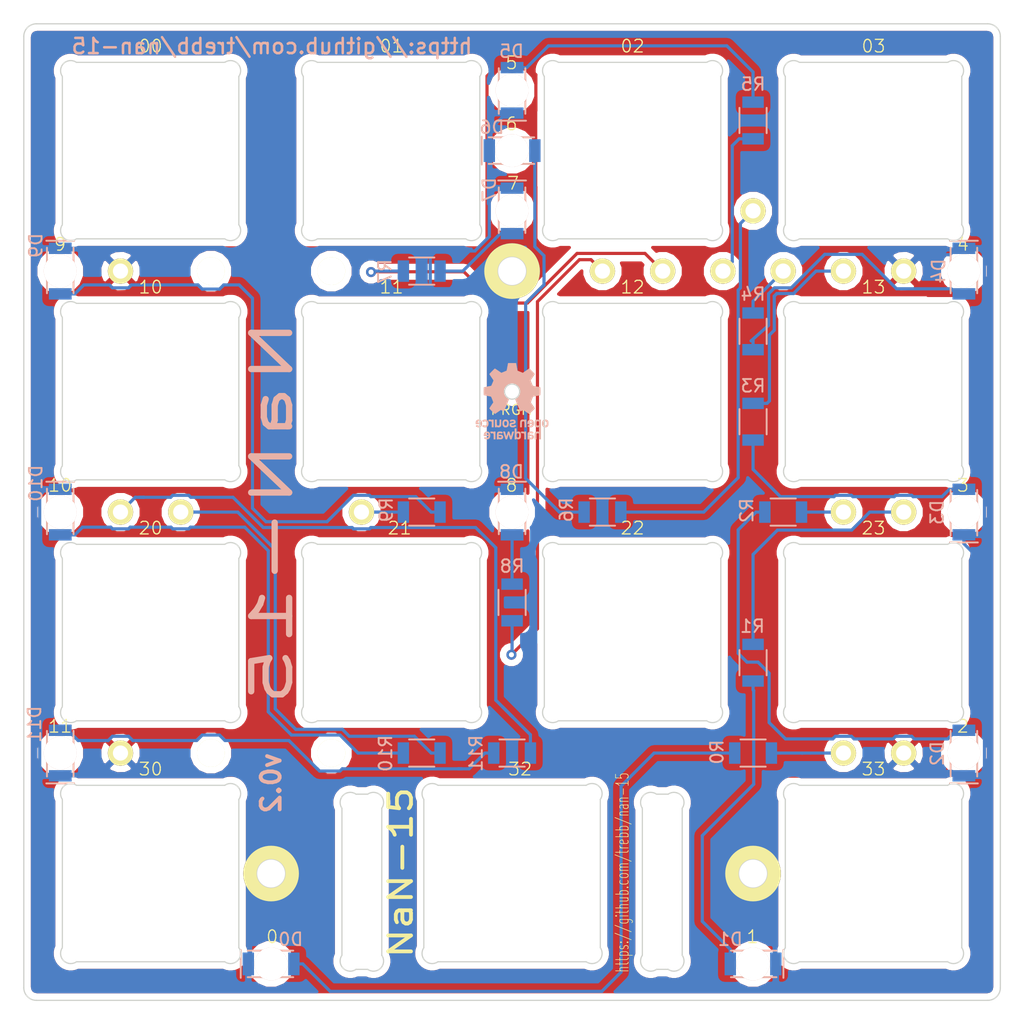
<source format=kicad_pcb>
(kicad_pcb (version 4) (host pcbnew r6904-product)
  (title_block (title NaN-15) (rev 0.2) (comment 1 "Top plate"))
  (layers (0 F.Cu signal) (31 B.Cu signal) (34 B.Paste user) (35 F.Paste user) (36 B.SilkS user) (37 F.SilkS user) (38 B.Mask user) (39 F.Mask user) (44 Edge.Cuts user))
  (net 0 "")
  (net 1 "Net-(D0-Pad2)")
  (net 2 GND)
  (net 3 "Net-(D1-Pad2)")
  (net 4 "Net-(D2-Pad2)")
  (net 5 "Net-(D3-Pad2)")
  (net 6 "Net-(D4-Pad2)")
  (net 7 "Net-(D5-Pad2)")
  (net 8 "Net-(D6-Pad2)")
  (net 9 "Net-(D7-Pad2)")
  (net 10 "Net-(D8-Pad2)")
  (net 11 "Net-(D9-Pad2)")
  (net 12 "Net-(D10-Pad2)")
  (net 13 "Net-(D11-Pad2)")
  (net 14 /led0)
  (net 15 /led1)
  (net 16 /led2)
  (net 17 /led3)
  (net 18 /led4)
  (net 19 /led5)
  (net 20 /led6)
  (net 21 /led7)
  (net 22 /led8)
  (net 23 /led9)
  (net 24 /led10)
  (net 25 /led11)
  (module nan-15:LED_1206_REVERSE (layer B.Cu) (at 125.62205 125.90145)
    (fp_text reference D0 (at 1.55 -1.94375) (layer B.SilkS) (effects (justify mirror)))
    (fp_text value Led_Red)
    (pad 2 smd rect (at 1.8 0 180) (size 0.9 1.80086) (layers B.Cu B.Paste B.Mask) (net 1 "Net-(D0-Pad2)"))
    (pad 1 smd rect (at -1.8 0 180) (size 0.9 1.80086) (layers B.Cu B.Paste B.Mask) (net 2 GND))
    (pad "" np_thru_hole circle (at 0 0 180) (size 2.6 2.6) (drill 2.6) (layers *.Cu *.Mask B.SilkS))
  )
  (module nan-15:LED_1206_REVERSE (layer B.Cu) (at 108.9533 109.2327 90)
    (fp_text reference D11 (at 2.275 -2.03125 90) (layer B.SilkS) (effects (justify mirror)))
    (fp_text value Led_Yellow)
    (pad 2 smd rect (at 1.8 0 270) (size 0.9 1.80086) (layers B.Cu B.Paste B.Mask) (net 13 "Net-(D11-Pad2)"))
    (pad 1 smd rect (at -1.8 0 270) (size 0.9 1.80086) (layers B.Cu B.Paste B.Mask) (net 2 GND))
    (pad "" np_thru_hole circle (at 0 0 270) (size 2.6 2.6) (drill 2.6) (layers *.Cu *.Mask B.SilkS))
  )
  (module nan-15:LED_1206_REVERSE (layer B.Cu) (at 108.9533 90.1827 270)
    (fp_text reference D10 (at -2.275 1.93125 90) (layer B.SilkS) (effects (justify mirror)))
    (fp_text value Led_Red)
    (pad 2 smd rect (at 1.8 0 90) (size 0.9 1.80086) (layers B.Cu B.Paste B.Mask) (net 12 "Net-(D10-Pad2)"))
    (pad 1 smd rect (at -1.8 0 90) (size 0.9 1.80086) (layers B.Cu B.Paste B.Mask) (net 2 GND))
    (pad "" np_thru_hole circle (at 0 0 90) (size 2.6 2.6) (drill 2.6) (layers *.Cu *.Mask B.SilkS))
  )
  (module nan-15:LED_1206_REVERSE (layer B.Cu) (at 108.9533 71.1327 270)
    (fp_text reference D9 (at -2.025 1.93125 270) (layer B.SilkS) (effects (justify mirror)))
    (fp_text value Led_Yellow)
    (pad 2 smd rect (at 1.8 0 90) (size 0.9 1.80086) (layers B.Cu B.Paste B.Mask) (net 11 "Net-(D9-Pad2)"))
    (pad 1 smd rect (at -1.8 0 90) (size 0.9 1.80086) (layers B.Cu B.Paste B.Mask) (net 2 GND))
    (pad "" np_thru_hole circle (at 0 0 90) (size 2.6 2.6) (drill 2.6) (layers *.Cu *.Mask B.SilkS))
  )
  (module nan-15:LED_1206_REVERSE (layer B.Cu) (at 144.67205 90.1827 270)
    (fp_text reference D8 (at -3.175 0.05) (layer B.SilkS) (effects (justify mirror)))
    (fp_text value Led_Red)
    (pad 2 smd rect (at 1.8 0 90) (size 0.9 1.80086) (layers B.Cu B.Paste B.Mask) (net 10 "Net-(D8-Pad2)"))
    (pad 1 smd rect (at -1.8 0 90) (size 0.9 1.80086) (layers B.Cu B.Paste B.Mask) (net 2 GND))
    (pad "" np_thru_hole circle (at 0 0 90) (size 2.6 2.6) (drill 2.6) (layers *.Cu *.Mask B.SilkS))
  )
  (module nan-15:LED_1206_REVERSE (layer B.Cu) (at 144.67205 66.3702 270)
    (fp_text reference D7 (at -1.6625 1.8 270) (layer B.SilkS) (effects (justify mirror)))
    (fp_text value Led_Yellow)
    (pad 2 smd rect (at 1.8 0 90) (size 0.9 1.80086) (layers B.Cu B.Paste B.Mask) (net 9 "Net-(D7-Pad2)"))
    (pad 1 smd rect (at -1.8 0 90) (size 0.9 1.80086) (layers B.Cu B.Paste B.Mask) (net 2 GND))
    (pad "" np_thru_hole circle (at 0 0 90) (size 2.6 2.6) (drill 2.6) (layers *.Cu *.Mask B.SilkS))
  )
  (module nan-15:LED_1206_REVERSE (layer B.Cu) (at 144.67205 61.6077)
    (fp_text reference D6 (at -1.6 -1.85) (layer B.SilkS) (effects (justify mirror)))
    (fp_text value Led_Red)
    (pad 2 smd rect (at 1.8 0 180) (size 0.9 1.80086) (layers B.Cu B.Paste B.Mask) (net 8 "Net-(D6-Pad2)"))
    (pad 1 smd rect (at -1.8 0 180) (size 0.9 1.80086) (layers B.Cu B.Paste B.Mask) (net 2 GND))
    (pad "" np_thru_hole circle (at 0 0 180) (size 2.6 2.6) (drill 2.6) (layers *.Cu *.Mask B.SilkS))
  )
  (module nan-15:LED_1206_REVERSE (layer B.Cu) (at 144.67205 56.8452 90)
    (fp_text reference D5 (at 3.0875 -0.05 180) (layer B.SilkS) (effects (justify mirror)))
    (fp_text value Led_Yellow)
    (pad 2 smd rect (at 1.8 0 270) (size 0.9 1.80086) (layers B.Cu B.Paste B.Mask) (net 7 "Net-(D5-Pad2)"))
    (pad 1 smd rect (at -1.8 0 270) (size 0.9 1.80086) (layers B.Cu B.Paste B.Mask) (net 2 GND))
    (pad "" np_thru_hole circle (at 0 0 270) (size 2.6 2.6) (drill 2.6) (layers *.Cu *.Mask B.SilkS))
  )
  (module nan-15:LED_1206_REVERSE (layer B.Cu) (at 180.3908 71.1327 270)
    (fp_text reference D4 (at 0 2 270) (layer B.SilkS) (effects (justify mirror)))
    (fp_text value Led_Yellow)
    (pad 2 smd rect (at 1.8 0 90) (size 0.9 1.80086) (layers B.Cu B.Paste B.Mask) (net 6 "Net-(D4-Pad2)"))
    (pad 1 smd rect (at -1.8 0 90) (size 0.9 1.80086) (layers B.Cu B.Paste B.Mask) (net 2 GND))
    (pad "" np_thru_hole circle (at 0 0 90) (size 2.6 2.6) (drill 2.6) (layers *.Cu *.Mask B.SilkS))
  )
  (module nan-15:LED_1206_REVERSE (layer B.Cu) (at 180.3908 90.1827 90)
    (fp_text reference D3 (at -0.025 -2.11875 90) (layer B.SilkS) (effects (justify mirror)))
    (fp_text value Led_Red)
    (pad 2 smd rect (at 1.8 0 270) (size 0.9 1.80086) (layers B.Cu B.Paste B.Mask) (net 5 "Net-(D3-Pad2)"))
    (pad 1 smd rect (at -1.8 0 270) (size 0.9 1.80086) (layers B.Cu B.Paste B.Mask) (net 2 GND))
    (pad "" np_thru_hole circle (at 0 0 270) (size 2.6 2.6) (drill 2.6) (layers *.Cu *.Mask B.SilkS))
  )
  (module nan-15:LED_1206_REVERSE (layer B.Cu) (at 180.3908 109.2327 90)
    (fp_text reference D2 (at -0.04445 -2.1082 90) (layer B.SilkS) (effects (justify mirror)))
    (fp_text value Led_Yellow)
    (pad 2 smd rect (at 1.8 0 270) (size 0.9 1.80086) (layers B.Cu B.Paste B.Mask) (net 4 "Net-(D2-Pad2)"))
    (pad 1 smd rect (at -1.8 0 270) (size 0.9 1.80086) (layers B.Cu B.Paste B.Mask) (net 2 GND))
    (pad "" np_thru_hole circle (at 0 0 270) (size 2.6 2.6) (drill 2.6) (layers *.Cu *.Mask B.SilkS))
  )
  (module nan-15:LED_1206_REVERSE (layer B.Cu) (at 163.72205 125.90145 180)
    (fp_text reference D1 (at 1.8 1.94375 180) (layer B.SilkS) (effects (justify mirror)))
    (fp_text value Led_Red)
    (pad 2 smd rect (at 1.8 0) (size 0.9 1.80086) (layers B.Cu B.Paste B.Mask) (net 3 "Net-(D1-Pad2)"))
    (pad 1 smd rect (at -1.8 0) (size 0.9 1.80086) (layers B.Cu B.Paste B.Mask) (net 2 GND))
    (pad "" np_thru_hole circle (at 0 0) (size 2.6 2.6) (drill 2.6) (layers *.Cu *.Mask B.SilkS))
  )
  (module nan-15:SolderWirePad_2mm_1-2mmDrill_no_legend (layer F.Cu) (at 175.6283 71.1327)
    (fp_text reference W15 hide)
    (fp_text value TEST_1P hide)
    (pad 1 thru_hole circle (at 0 0) (size 2 2) (drill 1.19888) (layers *.Cu *.Mask F.SilkS) (net 2 GND))
  )
  (module nan-15:SolderWirePad_2mm_1-2mmDrill_no_legend (layer F.Cu) (at 113.7158 71.1327)
    (fp_text reference W14 hide)
    (fp_text value TEST_1P hide)
    (pad 1 thru_hole circle (at 0 0) (size 2 2) (drill 1.19888) (layers *.Cu *.Mask F.SilkS) (net 2 GND))
  )
  (module nan-15:SolderWirePad_2mm_1-2mmDrill_no_legend (layer F.Cu) (at 113.7158 109.2327)
    (fp_text reference W13 hide)
    (fp_text value TEST_1P hide)
    (pad 1 thru_hole circle (at 0 0) (size 2 2) (drill 1.19888) (layers *.Cu *.Mask F.SilkS) (net 2 GND))
  )
  (module nan-15:SolderWirePad_2mm_1-2mmDrill_no_legend (layer F.Cu) (at 175.6283 109.2327)
    (fp_text reference W12 hide)
    (fp_text value TEST_1P hide)
    (pad 1 thru_hole circle (at 0 0) (size 2 2) (drill 1.19888) (layers *.Cu *.Mask F.SilkS) (net 2 GND))
  )
  (module nan-15:SolderWirePad_2mm_1-2mmDrill_no_legend (layer F.Cu) (at 113.7158 90.1827)
    (fp_text reference W11 hide)
    (fp_text value TEST_1P hide)
    (pad 1 thru_hole circle (at 0 0) (size 2 2) (drill 1.19888) (layers *.Cu *.Mask F.SilkS) (net 25 /led11))
  )
  (module nan-15:SolderWirePad_2mm_1-2mmDrill_no_legend (layer F.Cu) (at 118.4783 90.1827)
    (fp_text reference W10 hide)
    (fp_text value TEST_1P hide)
    (pad 1 thru_hole circle (at 0 0) (size 2 2) (drill 1.19888) (layers *.Cu *.Mask F.SilkS) (net 24 /led10))
  )
  (module nan-15:SolderWirePad_2mm_1-2mmDrill_no_legend (layer F.Cu) (at 132.7658 90.1827)
    (fp_text reference W9 hide)
    (fp_text value TEST_1P hide)
    (pad 1 thru_hole circle (at 0 0) (size 2 2) (drill 1.19888) (layers *.Cu *.Mask F.SilkS) (net 23 /led9))
  )
  (module nan-15:SolderWirePad_2mm_1-2mmDrill_no_legend (layer F.Cu) (at 151.8158 71.1327)
    (fp_text reference W8 hide)
    (fp_text value TEST_1P hide)
    (pad 1 thru_hole circle (at 0 0) (size 2 2) (drill 1.19888) (layers *.Cu *.Mask F.SilkS) (net 22 /led8))
  )
  (module nan-15:SolderWirePad_2mm_1-2mmDrill_no_legend (layer F.Cu) (at 156.5783 71.1327)
    (fp_text reference W7 hide)
    (fp_text value TEST_1P hide)
    (pad 1 thru_hole circle (at 0 0) (size 2 2) (drill 1.19888) (layers *.Cu *.Mask F.SilkS) (net 21 /led7))
  )
  (module nan-15:SolderWirePad_2mm_1-2mmDrill_no_legend (layer F.Cu) (at 163.72205 66.3702)
    (fp_text reference W6 hide)
    (fp_text value TEST_1P hide)
    (pad 1 thru_hole circle (at 0 0) (size 2 2) (drill 1.19888) (layers *.Cu *.Mask F.SilkS) (net 20 /led6))
  )
  (module nan-15:SolderWirePad_2mm_1-2mmDrill_no_legend (layer F.Cu) (at 161.3408 71.1327)
    (fp_text reference W5 hide)
    (fp_text value TEST_1P hide)
    (pad 1 thru_hole circle (at 0 0) (size 2 2) (drill 1.19888) (layers *.Cu *.Mask F.SilkS) (net 19 /led5))
  )
  (module nan-15:SolderWirePad_2mm_1-2mmDrill_no_legend (layer F.Cu) (at 166.1033 71.1327)
    (fp_text reference W4 hide)
    (fp_text value TEST_1P hide)
    (pad 1 thru_hole circle (at 0 0) (size 2 2) (drill 1.19888) (layers *.Cu *.Mask F.SilkS) (net 18 /led4))
  )
  (module nan-15:SolderWirePad_2mm_1-2mmDrill_no_legend (layer F.Cu) (at 170.8658 71.1327)
    (fp_text reference W3 hide)
    (fp_text value TEST_1P hide)
    (pad 1 thru_hole circle (at 0 0) (size 2 2) (drill 1.19888) (layers *.Cu *.Mask F.SilkS) (net 17 /led3))
  )
  (module nan-15:SolderWirePad_2mm_1-2mmDrill_no_legend (layer F.Cu) (at 170.8658 90.1827)
    (fp_text reference W2 hide)
    (fp_text value TEST_1P hide)
    (pad 1 thru_hole circle (at 0 0) (size 2 2) (drill 1.19888) (layers *.Cu *.Mask F.SilkS) (net 16 /led2))
  )
  (module nan-15:SolderWirePad_2mm_1-2mmDrill_no_legend (layer F.Cu) (at 175.6283 90.1827)
    (fp_text reference W1 hide)
    (fp_text value TEST_1P hide)
    (pad 1 thru_hole circle (at 0 0) (size 2 2) (drill 1.19888) (layers *.Cu *.Mask F.SilkS) (net 15 /led1))
  )
  (module nan-15:SolderWirePad_2mm_1-2mmDrill_no_legend (layer F.Cu) (at 170.8658 109.2327)
    (fp_text reference W0 hide)
    (fp_text value TEST_1P hide)
    (pad 1 thru_hole circle (at 0 0) (size 2 2) (drill 1.19888) (layers *.Cu *.Mask F.SilkS) (net 14 /led0))
  )
  (module Mounting_Holes:MountingHole_2.2mm_M2 (layer F.Cu) (at 130.38455 109.2327)
    (fp_text reference HS7 hide)
    (fp_text value HEATSINK hide)
    (pad 1 np_thru_hole circle (at 0 0) (size 2.2 2.2) (drill 2.2) (layers *.Cu *.Mask F.SilkS))
  )
  (module Mounting_Holes:MountingHole_2.2mm_M2 (layer F.Cu) (at 120.85955 109.2327)
    (fp_text reference HS6 hide)
    (fp_text value HEATSINK hide)
    (pad 1 np_thru_hole circle (at 0 0) (size 2.2 2.2) (drill 2.2) (layers *.Cu *.Mask F.SilkS))
  )
  (module Mounting_Holes:MountingHole_2.2mm_M2 (layer F.Cu) (at 130.38455 71.1327)
    (fp_text reference HS5 hide)
    (fp_text value HEATSINK hide)
    (pad 1 np_thru_hole circle (at 0 0) (size 2.2 2.2) (drill 2.2) (layers *.Cu *.Mask F.SilkS))
  )
  (module Mounting_Holes:MountingHole_2.2mm_M2 (layer F.Cu) (at 120.85955 71.1327)
    (fp_text reference HS4 hide)
    (fp_text value HEATSINK hide)
    (pad 1 np_thru_hole circle (at 0 0) (size 2.2 2.2) (drill 2.2) (layers *.Cu *.Mask F.SilkS))
  )
  (module Mounting_Holes:MountingHole_2.2mm_M2_Pad (layer F.Cu) (at 125.62205 118.7577)
    (fp_text reference W20 hide)
    (fp_text value TEST_1P)
    (pad 1 thru_hole circle (at 0 0) (size 4.4 4.4) (drill 2.2) (layers *.Cu *.Mask F.SilkS) (net 2 GND))
  )
  (module Mounting_Holes:MountingHole_2.2mm_M2_Pad (layer F.Cu) (at 163.72205 118.7577)
    (fp_text reference W21 hide)
    (fp_text value TEST_1P)
    (pad 1 thru_hole circle (at 0 0) (size 4.4 4.4) (drill 2.2) (layers *.Cu *.Mask F.SilkS) (net 2 GND))
  )
  (module Mounting_Holes:MountingHole_2.2mm_M2_Pad (layer F.Cu) (at 144.67205 71.1327)
    (fp_text reference W22 hide)
    (fp_text value TEST_1P)
    (pad 1 thru_hole circle (at 0 0) (size 4.4 4.4) (drill 2.2) (layers *.Cu *.Mask F.SilkS) (net 2 GND))
  )
  (module Symbols:OSHW-Logo_5.7x6mm_SilkScreen (layer B.Cu) (at 144.6784 81.41335 180)
    (fp_text reference REF*** hide)
    (fp_text value OSHW-Logo_5.7x6mm_SilkScreen hide)
  )
  (module Resistors_SMD:R_1206 (layer B.Cu) (at 137.5283 109.2327 180)
    (fp_text reference R10 (at 2.85625 -0.025 270) (layer B.SilkS) (effects (justify mirror)))
    (fp_text value 430)
    (pad 1 smd rect (at -1.45 0 180) (size 0.9 1.7) (layers B.Cu B.Paste B.Mask) (net 24 /led10))
    (pad 2 smd rect (at 1.45 0 180) (size 0.9 1.7) (layers B.Cu B.Paste B.Mask) (net 12 "Net-(D10-Pad2)"))
  )
  (module Resistors_SMD:R_1206 (layer B.Cu) (at 137.5283 90.1827)
    (fp_text reference R9 (at -2.80625 -0.175 90) (layer B.SilkS) (effects (justify mirror)))
    (fp_text value 560)
    (pad 1 smd rect (at -1.45 0) (size 0.9 1.7) (layers B.Cu B.Paste B.Mask) (net 23 /led9))
    (pad 2 smd rect (at 1.45 0) (size 0.9 1.7) (layers B.Cu B.Paste B.Mask) (net 11 "Net-(D9-Pad2)"))
  )
  (module Resistors_SMD:R_1206 (layer B.Cu) (at 144.67205 97.32645 90)
    (fp_text reference R8 (at 2.86875 0 180) (layer B.SilkS) (effects (justify mirror)))
    (fp_text value 430)
    (pad 1 smd rect (at -1.45 0 90) (size 0.9 1.7) (layers B.Cu B.Paste B.Mask) (net 22 /led8))
    (pad 2 smd rect (at 1.45 0 90) (size 0.9 1.7) (layers B.Cu B.Paste B.Mask) (net 10 "Net-(D8-Pad2)"))
  )
  (module Resistors_SMD:R_1206 (layer B.Cu) (at 137.5283 71.1327)
    (fp_text reference R7 (at -2.90625 0.025 90) (layer B.SilkS) (effects (justify mirror)))
    (fp_text value 560)
    (pad 1 smd rect (at -1.45 0) (size 0.9 1.7) (layers B.Cu B.Paste B.Mask) (net 21 /led7))
    (pad 2 smd rect (at 1.45 0) (size 0.9 1.7) (layers B.Cu B.Paste B.Mask) (net 9 "Net-(D7-Pad2)"))
  )
  (module Resistors_SMD:R_1206 (layer B.Cu) (at 151.8158 90.1827 180)
    (fp_text reference R6 (at 2.84375 0.175 270) (layer B.SilkS) (effects (justify mirror)))
    (fp_text value 430)
    (pad 1 smd rect (at -1.45 0 180) (size 0.9 1.7) (layers B.Cu B.Paste B.Mask) (net 20 /led6))
    (pad 2 smd rect (at 1.45 0 180) (size 0.9 1.7) (layers B.Cu B.Paste B.Mask) (net 8 "Net-(D6-Pad2)"))
  )
  (module Resistors_SMD:R_1206 (layer B.Cu) (at 163.72205 59.22645 90)
    (fp_text reference R5 (at 2.86875 0 180) (layer B.SilkS) (effects (justify mirror)))
    (fp_text value 560)
    (pad 1 smd rect (at -1.45 0 90) (size 0.9 1.7) (layers B.Cu B.Paste B.Mask) (net 19 /led5))
    (pad 2 smd rect (at 1.45 0 90) (size 0.9 1.7) (layers B.Cu B.Paste B.Mask) (net 7 "Net-(D5-Pad2)"))
  )
  (module Resistors_SMD:R_1206 (layer B.Cu) (at 163.72205 75.8952 270)
    (fp_text reference R4 (at -2.9375 0) (layer B.SilkS) (effects (justify mirror)))
    (fp_text value 560)
    (pad 1 smd rect (at -1.45 0 270) (size 0.9 1.7) (layers B.Cu B.Paste B.Mask) (net 18 /led4))
    (pad 2 smd rect (at 1.45 0 270) (size 0.9 1.7) (layers B.Cu B.Paste B.Mask) (net 6 "Net-(D4-Pad2)"))
  )
  (module Resistors_SMD:R_1206 (layer B.Cu) (at 163.72205 83.03895 270)
    (fp_text reference R3 (at -2.83125 0) (layer B.SilkS) (effects (justify mirror)))
    (fp_text value 430)
    (pad 1 smd rect (at -1.45 0 270) (size 0.9 1.7) (layers B.Cu B.Paste B.Mask) (net 17 /led3))
    (pad 2 smd rect (at 1.45 0 270) (size 0.9 1.7) (layers B.Cu B.Paste B.Mask) (net 5 "Net-(D3-Pad2)"))
  )
  (module Resistors_SMD:R_1206 (layer B.Cu) (at 166.1033 90.1827 180)
    (fp_text reference R2 (at 2.88125 0.125 270) (layer B.SilkS) (effects (justify mirror)))
    (fp_text value 560)
    (pad 1 smd rect (at -1.45 0 180) (size 0.9 1.7) (layers B.Cu B.Paste B.Mask) (net 16 /led2))
    (pad 2 smd rect (at 1.45 0 180) (size 0.9 1.7) (layers B.Cu B.Paste B.Mask) (net 4 "Net-(D2-Pad2)"))
  )
  (module Resistors_SMD:R_1206 (layer B.Cu) (at 163.72205 102.08895 270)
    (fp_text reference R1 (at -2.88125 0.05) (layer B.SilkS) (effects (justify mirror)))
    (fp_text value 430)
    (pad 1 smd rect (at -1.45 0 270) (size 0.9 1.7) (layers B.Cu B.Paste B.Mask) (net 15 /led1))
    (pad 2 smd rect (at 1.45 0 270) (size 0.9 1.7) (layers B.Cu B.Paste B.Mask) (net 3 "Net-(D1-Pad2)"))
  )
  (module Resistors_SMD:R_1206 (layer B.Cu) (at 163.72205 109.2327 180)
    (fp_text reference R0 (at 2.85 0.075 270) (layer B.SilkS) (effects (justify mirror)))
    (fp_text value 430)
    (pad 1 smd rect (at -1.45 0 180) (size 0.9 1.7) (layers B.Cu B.Paste B.Mask) (net 14 /led0))
    (pad 2 smd rect (at 1.45 0 180) (size 0.9 1.7) (layers B.Cu B.Paste B.Mask) (net 1 "Net-(D0-Pad2)"))
  )
  (module Resistors_SMD:R_1206 (layer B.Cu) (at 144.67205 109.2327 180)
    (fp_text reference R11 (at 2.85 -0.025 270) (layer B.SilkS) (effects (justify mirror)))
    (fp_text value 560)
    (pad 1 smd rect (at -1.45 0 180) (size 0.9 1.7) (layers B.Cu B.Paste B.Mask) (net 25 /led11))
    (pad 2 smd rect (at 1.45 0 180) (size 0.9 1.7) (layers B.Cu B.Paste B.Mask) (net 13 "Net-(D11-Pad2)"))
  )
  (gr_text 30 (at 116.09705 110.5027) (layer F.SilkS) (effects (font (size 1 1) (thickness 0.1))))
  (gr_text 32 (at 145.30705 110.5027) (layer F.SilkS) (effects (font (size 1 1) (thickness 0.1))))
  (gr_text 33 (at 173.24705 110.5027) (layer F.SilkS) (effects (font (size 1 1) (thickness 0.1))))
  (gr_text 23 (at 173.24705 91.4527) (layer F.SilkS) (effects (font (size 1 1) (thickness 0.1))))
  (gr_text 22 (at 154.19705 91.4527) (layer F.SilkS) (effects (font (size 1 1) (thickness 0.1))))
  (gr_text 21 (at 135.78205 91.4527) (layer F.SilkS) (effects (font (size 1 1) (thickness 0.1))))
  (gr_text 20 (at 116.09705 91.4527) (layer F.SilkS) (effects (font (size 1 1) (thickness 0.1))))
  (gr_text 10 (at 116.09705 72.4027) (layer F.SilkS) (effects (font (size 1 1) (thickness 0.1))))
  (gr_text 11 (at 135.14705 72.4027) (layer F.SilkS) (effects (font (size 1 1) (thickness 0.1))))
  (gr_text 12 (at 154.19705 72.4027) (layer F.SilkS) (effects (font (size 1 1) (thickness 0.1))))
  (gr_text 13 (at 173.24705 72.4027) (layer F.SilkS) (effects (font (size 1 1) (thickness 0.1))))
  (gr_text 03 (at 173.24705 53.3527) (layer F.SilkS) (effects (font (size 1 1) (thickness 0.1))))
  (gr_text 02 (at 154.19705 53.3527) (layer F.SilkS) (effects (font (size 1 1) (thickness 0.1))))
  (gr_text 01 (at 135.14705 53.3527) (layer F.SilkS) (effects (font (size 1 1) (thickness 0.1))))
  (gr_text 00 (at 116.09705 53.3527) (layer F.SilkS) (effects (font (size 1 1) (thickness 0.1))))
  (gr_text v0.2 (at 125.62205 111.61395 90) (layer B.SilkS) (effects (font (size 1.5 1.5) (thickness 0.3)) (justify mirror)))
  (gr_text https://github.com/trebb/nan-15 (at 125.68555 53.3527) (layer B.SilkS) (effects (font (size 1.2 1.2) (thickness 0.2)) (justify mirror)))
  (gr_text NaN-15 (at 125.68555 90.1827 90) (layer B.SilkS) (effects (font (size 3 5) (thickness 0.5)) (justify mirror)))
  (gr_text https://github.com/trebb/nan-15 (at 153.3906 118.67515 90) (layer F.SilkS) (effects (font (size 1 0.6) (thickness 0.05))))
  (gr_text NaN-15 (at 135.8646 118.67515 90) (layer F.SilkS) (effects (font (size 1.8 2.2) (thickness 0.3))))
  (gr_text 11 (at 108.9406 107.11815) (layer F.SilkS) (effects (font (size 1 1) (thickness 0.1))))
  (gr_text 9 (at 108.9406 69.01815) (layer F.SilkS) (effects (font (size 1 1) (thickness 0.1))))
  (gr_text 10 (at 108.9406 88.06815) (layer F.SilkS) (effects (font (size 1 1) (thickness 0.1))))
  (gr_text 8 (at 144.6276 88.06815) (layer F.SilkS) (effects (font (size 1 1) (thickness 0.1))))
  (gr_text 7 (at 144.7546 64.19215) (layer F.SilkS) (effects (font (size 1 1) (thickness 0.1))))
  (gr_text 6 (at 144.6276 59.49315) (layer F.SilkS) (effects (font (size 1 1) (thickness 0.1))))
  (gr_text 5 (at 144.6276 54.66715) (layer F.SilkS) (effects (font (size 1 1) (thickness 0.1))))
  (gr_text 4 (at 180.3146 69.01815) (layer F.SilkS) (effects (font (size 1 1) (thickness 0.1))))
  (gr_text 3 (at 180.3146 88.06815) (layer F.SilkS) (effects (font (size 1 1) (thickness 0.1))))
  (gr_text 2 (at 180.3146 107.11815) (layer F.SilkS) (effects (font (size 1 1) (thickness 0.1))))
  (gr_text 1 (at 163.6776 123.75515) (layer F.SilkS) (effects (font (size 1 1) (thickness 0.1))))
  (gr_text 0 (at 125.7046 123.75515) (layer F.SilkS) (effects (font (size 1 1) (thickness 0.1))))
  (gr_text PRGM (at 144.6276 82.09915) (layer F.SilkS) (effects (font (size 0.8 0.8) (thickness 0.1))))
  (gr_circle (center 144.67205 80.6577) (end 145.27205 80.6577) (layer Edge.Cuts) (width 0.1))
  (gr_circle (center 144.67205 71.1327) (end 145.77205 71.1327) (layer Edge.Cuts) (width 0.1))
  (gr_circle (center 163.72205 118.7577) (end 164.82205 118.7577) (layer Edge.Cuts) (width 0.1))
  (gr_circle (center 125.62205 118.7577) (end 126.72205 118.7577) (layer Edge.Cuts) (width 0.1))
  (gr_line (start 154.97205 113.595453) (end 154.97205 125.219947) (layer Edge.Cuts) (width 0.1))
  (gr_line (start 158.12205 125.219947) (end 158.12205 113.595453) (layer Edge.Cuts) (width 0.1))
  (gr_line (start 156.084803 126.3327) (end 157.009297 126.3327) (layer Edge.Cuts) (width 0.1))
  (gr_arc (start 155.630629 125.674121) (end 154.97205 125.219947) (angle -159.1824542) (layer Edge.Cuts) (width 0.1))
  (gr_arc (start 157.463471 125.674121) (end 157.009297 126.3327) (angle -159.1824542) (layer Edge.Cuts) (width 0.1))
  (gr_line (start 157.009297 112.4827) (end 156.084803 112.4827) (layer Edge.Cuts) (width 0.1))
  (gr_arc (start 155.630629 113.141279) (end 156.084803 112.4827) (angle -159.1824542) (layer Edge.Cuts) (width 0.1))
  (gr_arc (start 157.463471 113.141279) (end 158.12205 113.595453) (angle -159.1824542) (layer Edge.Cuts) (width 0.1))
  (gr_line (start 131.22205 113.595453) (end 131.22205 125.219947) (layer Edge.Cuts) (width 0.1))
  (gr_line (start 134.37205 125.219947) (end 134.37205 113.595453) (layer Edge.Cuts) (width 0.1))
  (gr_line (start 132.334803 126.3327) (end 133.259297 126.3327) (layer Edge.Cuts) (width 0.1))
  (gr_arc (start 131.880629 125.674121) (end 131.22205 125.219947) (angle -159.1824542) (layer Edge.Cuts) (width 0.1))
  (gr_arc (start 133.713471 125.674121) (end 133.259297 126.3327) (angle -159.1824542) (layer Edge.Cuts) (width 0.1))
  (gr_line (start 133.259297 112.4827) (end 132.334803 112.4827) (layer Edge.Cuts) (width 0.1))
  (gr_arc (start 131.880629 113.141279) (end 132.334803 112.4827) (angle -159.1824542) (layer Edge.Cuts) (width 0.1))
  (gr_arc (start 133.713471 113.141279) (end 134.37205 113.595453) (angle -159.1824542) (layer Edge.Cuts) (width 0.1))
  (gr_arc (start 138.355629 125.074121) (end 137.69705 124.619947) (angle -159.1824542) (layer Edge.Cuts) (width 0.1))
  (gr_arc (start 150.988471 125.074121) (end 150.534297 125.7327) (angle -159.1824542) (layer Edge.Cuts) (width 0.1))
  (gr_arc (start 150.988471 112.441279) (end 151.64705 112.895453) (angle -159.1824542) (layer Edge.Cuts) (width 0.1))
  (gr_arc (start 138.355629 112.441279) (end 138.809803 111.7827) (angle -159.1824542) (layer Edge.Cuts) (width 0.1))
  (gr_arc (start 166.930629 125.074121) (end 166.27205 124.619947) (angle -159.1824542) (layer Edge.Cuts) (width 0.1))
  (gr_arc (start 179.563471 125.074121) (end 179.109297 125.7327) (angle -159.1824542) (layer Edge.Cuts) (width 0.1))
  (gr_arc (start 179.563471 112.441279) (end 180.22205 112.895453) (angle -159.1824542) (layer Edge.Cuts) (width 0.1))
  (gr_arc (start 166.930629 112.441279) (end 167.384803 111.7827) (angle -159.1824542) (layer Edge.Cuts) (width 0.1))
  (gr_arc (start 109.780629 125.074121) (end 109.12205 124.619947) (angle -159.1824542) (layer Edge.Cuts) (width 0.1))
  (gr_arc (start 122.413471 125.074121) (end 121.959297 125.7327) (angle -159.1824542) (layer Edge.Cuts) (width 0.1))
  (gr_arc (start 122.413471 112.441279) (end 123.07205 112.895453) (angle -159.1824542) (layer Edge.Cuts) (width 0.1))
  (gr_arc (start 109.780629 112.441279) (end 110.234803 111.7827) (angle -159.1824542) (layer Edge.Cuts) (width 0.1))
  (gr_arc (start 166.930629 106.024121) (end 166.27205 105.569947) (angle -159.1824542) (layer Edge.Cuts) (width 0.1))
  (gr_arc (start 179.563471 106.024121) (end 179.109297 106.6827) (angle -159.1824542) (layer Edge.Cuts) (width 0.1))
  (gr_arc (start 179.563471 93.391279) (end 180.22205 93.845453) (angle -159.1824542) (layer Edge.Cuts) (width 0.1))
  (gr_arc (start 166.930629 93.391279) (end 167.384803 92.7327) (angle -159.1824542) (layer Edge.Cuts) (width 0.1))
  (gr_arc (start 147.880629 106.024121) (end 147.22205 105.569947) (angle -159.1824542) (layer Edge.Cuts) (width 0.1))
  (gr_arc (start 160.513471 106.024121) (end 160.059297 106.6827) (angle -159.1824542) (layer Edge.Cuts) (width 0.1))
  (gr_arc (start 160.513471 93.391279) (end 161.17205 93.845453) (angle -159.1824542) (layer Edge.Cuts) (width 0.1))
  (gr_arc (start 147.880629 93.391279) (end 148.334803 92.7327) (angle -159.1824542) (layer Edge.Cuts) (width 0.1))
  (gr_arc (start 128.830629 106.024121) (end 128.17205 105.569947) (angle -159.1824542) (layer Edge.Cuts) (width 0.1))
  (gr_arc (start 141.463471 106.024121) (end 141.009297 106.6827) (angle -159.1824542) (layer Edge.Cuts) (width 0.1))
  (gr_arc (start 141.463471 93.391279) (end 142.12205 93.845453) (angle -159.1824542) (layer Edge.Cuts) (width 0.1))
  (gr_arc (start 128.830629 93.391279) (end 129.284803 92.7327) (angle -159.1824542) (layer Edge.Cuts) (width 0.1))
  (gr_arc (start 109.780629 106.024121) (end 109.12205 105.569947) (angle -159.1824542) (layer Edge.Cuts) (width 0.1))
  (gr_arc (start 122.413471 106.024121) (end 121.959297 106.6827) (angle -159.1824542) (layer Edge.Cuts) (width 0.1))
  (gr_arc (start 122.413471 93.391279) (end 123.07205 93.845453) (angle -159.1824542) (layer Edge.Cuts) (width 0.1))
  (gr_arc (start 109.780629 93.391279) (end 110.234803 92.7327) (angle -159.1824542) (layer Edge.Cuts) (width 0.1))
  (gr_arc (start 166.930629 86.974121) (end 166.27205 86.519947) (angle -159.1824542) (layer Edge.Cuts) (width 0.1))
  (gr_arc (start 179.563471 86.974121) (end 179.109297 87.6327) (angle -159.1824542) (layer Edge.Cuts) (width 0.1))
  (gr_arc (start 179.563471 74.341279) (end 180.22205 74.795453) (angle -159.1824542) (layer Edge.Cuts) (width 0.1))
  (gr_arc (start 166.930629 74.341279) (end 167.384803 73.6827) (angle -159.1824542) (layer Edge.Cuts) (width 0.1))
  (gr_arc (start 147.880629 86.974121) (end 147.22205 86.519947) (angle -159.1824542) (layer Edge.Cuts) (width 0.1))
  (gr_arc (start 160.513471 86.974121) (end 160.059297 87.6327) (angle -159.1824542) (layer Edge.Cuts) (width 0.1))
  (gr_arc (start 160.513471 74.341279) (end 161.17205 74.795453) (angle -159.1824542) (layer Edge.Cuts) (width 0.1))
  (gr_arc (start 147.880629 74.341279) (end 148.334803 73.6827) (angle -159.1824542) (layer Edge.Cuts) (width 0.1))
  (gr_arc (start 128.830629 86.974121) (end 128.17205 86.519947) (angle -159.1824542) (layer Edge.Cuts) (width 0.1))
  (gr_arc (start 141.463471 86.974121) (end 141.009297 87.6327) (angle -159.1824542) (layer Edge.Cuts) (width 0.1))
  (gr_arc (start 141.463471 74.341279) (end 142.12205 74.795453) (angle -159.1824542) (layer Edge.Cuts) (width 0.1))
  (gr_arc (start 128.830629 74.341279) (end 129.284803 73.6827) (angle -159.1824542) (layer Edge.Cuts) (width 0.1))
  (gr_arc (start 109.780629 86.974121) (end 109.12205 86.519947) (angle -159.1824542) (layer Edge.Cuts) (width 0.1))
  (gr_arc (start 122.413471 86.974121) (end 121.959297 87.6327) (angle -159.1824542) (layer Edge.Cuts) (width 0.1))
  (gr_arc (start 122.413471 74.341279) (end 123.07205 74.795453) (angle -159.1824542) (layer Edge.Cuts) (width 0.1))
  (gr_arc (start 109.780629 74.341279) (end 110.234803 73.6827) (angle -159.1824542) (layer Edge.Cuts) (width 0.1))
  (gr_arc (start 166.930629 67.924121) (end 166.27205 67.469947) (angle -159.1824542) (layer Edge.Cuts) (width 0.1))
  (gr_arc (start 179.563471 67.924121) (end 179.109297 68.5827) (angle -159.1824542) (layer Edge.Cuts) (width 0.1))
  (gr_arc (start 179.563471 55.291279) (end 180.22205 55.745453) (angle -159.1824542) (layer Edge.Cuts) (width 0.1))
  (gr_arc (start 166.930629 55.291279) (end 167.384803 54.6327) (angle -159.1824542) (layer Edge.Cuts) (width 0.1))
  (gr_arc (start 147.880629 67.924121) (end 147.22205 67.469947) (angle -159.1824542) (layer Edge.Cuts) (width 0.1))
  (gr_arc (start 160.513471 67.924121) (end 160.059297 68.5827) (angle -159.1824542) (layer Edge.Cuts) (width 0.1))
  (gr_arc (start 160.513471 55.291279) (end 161.17205 55.745453) (angle -159.1824542) (layer Edge.Cuts) (width 0.1))
  (gr_arc (start 147.880629 55.291279) (end 148.334803 54.6327) (angle -159.1824542) (layer Edge.Cuts) (width 0.1))
  (gr_arc (start 128.830629 67.924121) (end 128.17205 67.469947) (angle -159.1824542) (layer Edge.Cuts) (width 0.1))
  (gr_arc (start 141.463471 67.924121) (end 141.009297 68.5827) (angle -159.1824542) (layer Edge.Cuts) (width 0.1))
  (gr_arc (start 141.463471 55.291279) (end 142.12205 55.745453) (angle -159.1824542) (layer Edge.Cuts) (width 0.1))
  (gr_arc (start 128.830629 55.291279) (end 129.284803 54.6327) (angle -159.1824542) (layer Edge.Cuts) (width 0.1))
  (gr_arc (start 109.780629 67.924121) (end 109.12205 67.469947) (angle -159.1824542) (layer Edge.Cuts) (width 0.1))
  (gr_arc (start 122.413471 67.924121) (end 121.959297 68.5827) (angle -159.1824542) (layer Edge.Cuts) (width 0.1))
  (gr_arc (start 122.413471 55.291279) (end 123.07205 55.745453) (angle -159.1824542) (layer Edge.Cuts) (width 0.1))
  (gr_arc (start 109.780629 55.291279) (end 110.234803 54.6327) (angle -159.1824542) (layer Edge.Cuts) (width 0.1))
  (gr_line (start 138.809803 125.7327) (end 150.534297 125.7327) (layer Edge.Cuts) (width 0.1))
  (gr_line (start 137.69705 112.895453) (end 137.69705 124.619947) (layer Edge.Cuts) (width 0.1))
  (gr_line (start 151.64705 124.619947) (end 151.64705 112.895453) (layer Edge.Cuts) (width 0.1))
  (gr_line (start 150.534297 111.7827) (end 138.809803 111.7827) (layer Edge.Cuts) (width 0.1))
  (gr_line (start 167.384803 125.7327) (end 179.109297 125.7327) (layer Edge.Cuts) (width 0.1))
  (gr_line (start 166.27205 112.895453) (end 166.27205 124.619947) (layer Edge.Cuts) (width 0.1))
  (gr_line (start 180.22205 124.619947) (end 180.22205 112.895453) (layer Edge.Cuts) (width 0.1))
  (gr_line (start 179.109297 111.7827) (end 167.384803 111.7827) (layer Edge.Cuts) (width 0.1))
  (gr_line (start 110.234803 125.7327) (end 121.959297 125.7327) (layer Edge.Cuts) (width 0.1))
  (gr_line (start 109.12205 112.895453) (end 109.12205 124.619947) (layer Edge.Cuts) (width 0.1))
  (gr_line (start 123.07205 124.619947) (end 123.07205 112.895453) (layer Edge.Cuts) (width 0.1))
  (gr_line (start 121.959297 111.7827) (end 110.234803 111.7827) (layer Edge.Cuts) (width 0.1))
  (gr_line (start 167.384803 106.6827) (end 179.109297 106.6827) (layer Edge.Cuts) (width 0.1))
  (gr_line (start 166.27205 93.845453) (end 166.27205 105.569947) (layer Edge.Cuts) (width 0.1))
  (gr_line (start 180.22205 105.569947) (end 180.22205 93.845453) (layer Edge.Cuts) (width 0.1))
  (gr_line (start 179.109297 92.7327) (end 167.384803 92.7327) (layer Edge.Cuts) (width 0.1))
  (gr_line (start 148.334803 106.6827) (end 160.059297 106.6827) (layer Edge.Cuts) (width 0.1))
  (gr_line (start 147.22205 93.845453) (end 147.22205 105.569947) (layer Edge.Cuts) (width 0.1))
  (gr_line (start 161.17205 105.569947) (end 161.17205 93.845453) (layer Edge.Cuts) (width 0.1))
  (gr_line (start 160.059297 92.7327) (end 148.334803 92.7327) (layer Edge.Cuts) (width 0.1))
  (gr_line (start 129.284803 106.6827) (end 141.009297 106.6827) (layer Edge.Cuts) (width 0.1))
  (gr_line (start 128.17205 93.845453) (end 128.17205 105.569947) (layer Edge.Cuts) (width 0.1))
  (gr_line (start 142.12205 105.569947) (end 142.12205 93.845453) (layer Edge.Cuts) (width 0.1))
  (gr_line (start 141.009297 92.7327) (end 129.284803 92.7327) (layer Edge.Cuts) (width 0.1))
  (gr_line (start 110.234803 106.6827) (end 121.959297 106.6827) (layer Edge.Cuts) (width 0.1))
  (gr_line (start 109.12205 93.845453) (end 109.12205 105.569947) (layer Edge.Cuts) (width 0.1))
  (gr_line (start 123.07205 105.569947) (end 123.07205 93.845453) (layer Edge.Cuts) (width 0.1))
  (gr_line (start 121.959297 92.7327) (end 110.234803 92.7327) (layer Edge.Cuts) (width 0.1))
  (gr_line (start 167.384803 87.6327) (end 179.109297 87.6327) (layer Edge.Cuts) (width 0.1))
  (gr_line (start 166.27205 74.795453) (end 166.27205 86.519947) (layer Edge.Cuts) (width 0.1))
  (gr_line (start 180.22205 86.519947) (end 180.22205 74.795453) (layer Edge.Cuts) (width 0.1))
  (gr_line (start 179.109297 73.6827) (end 167.384803 73.6827) (layer Edge.Cuts) (width 0.1))
  (gr_line (start 148.334803 87.6327) (end 160.059297 87.6327) (layer Edge.Cuts) (width 0.1))
  (gr_line (start 147.22205 74.795453) (end 147.22205 86.519947) (layer Edge.Cuts) (width 0.1))
  (gr_line (start 161.17205 86.519947) (end 161.17205 74.795453) (layer Edge.Cuts) (width 0.1))
  (gr_line (start 160.059297 73.6827) (end 148.334803 73.6827) (layer Edge.Cuts) (width 0.1))
  (gr_line (start 129.284803 87.6327) (end 141.009297 87.6327) (layer Edge.Cuts) (width 0.1))
  (gr_line (start 128.17205 74.795453) (end 128.17205 86.519947) (layer Edge.Cuts) (width 0.1))
  (gr_line (start 142.12205 86.519947) (end 142.12205 74.795453) (layer Edge.Cuts) (width 0.1))
  (gr_line (start 141.009297 73.6827) (end 129.284803 73.6827) (layer Edge.Cuts) (width 0.1))
  (gr_line (start 110.234803 87.6327) (end 121.959297 87.6327) (layer Edge.Cuts) (width 0.1))
  (gr_line (start 109.12205 74.795453) (end 109.12205 86.519947) (layer Edge.Cuts) (width 0.1))
  (gr_line (start 123.07205 86.519947) (end 123.07205 74.795453) (layer Edge.Cuts) (width 0.1))
  (gr_line (start 121.959297 73.6827) (end 110.234803 73.6827) (layer Edge.Cuts) (width 0.1))
  (gr_line (start 167.384803 68.5827) (end 179.109297 68.5827) (layer Edge.Cuts) (width 0.1))
  (gr_line (start 166.27205 55.745453) (end 166.27205 67.469947) (layer Edge.Cuts) (width 0.1))
  (gr_line (start 180.22205 67.469947) (end 180.22205 55.745453) (layer Edge.Cuts) (width 0.1))
  (gr_line (start 179.109297 54.6327) (end 167.384803 54.6327) (layer Edge.Cuts) (width 0.1))
  (gr_line (start 148.334803 68.5827) (end 160.059297 68.5827) (layer Edge.Cuts) (width 0.1))
  (gr_line (start 147.22205 55.745453) (end 147.22205 67.469947) (layer Edge.Cuts) (width 0.1))
  (gr_line (start 161.17205 67.469947) (end 161.17205 55.745453) (layer Edge.Cuts) (width 0.1))
  (gr_line (start 160.059297 54.6327) (end 148.334803 54.6327) (layer Edge.Cuts) (width 0.1))
  (gr_line (start 129.284803 68.5827) (end 141.009297 68.5827) (layer Edge.Cuts) (width 0.1))
  (gr_line (start 128.17205 55.745453) (end 128.17205 67.469947) (layer Edge.Cuts) (width 0.1))
  (gr_line (start 142.12205 67.469947) (end 142.12205 55.745453) (layer Edge.Cuts) (width 0.1))
  (gr_line (start 141.009297 54.6327) (end 129.284803 54.6327) (layer Edge.Cuts) (width 0.1))
  (gr_line (start 110.234803 68.5827) (end 121.959297 68.5827) (layer Edge.Cuts) (width 0.1))
  (gr_line (start 109.12205 55.745453) (end 109.12205 67.469947) (layer Edge.Cuts) (width 0.1))
  (gr_line (start 123.07205 67.469947) (end 123.07205 55.745453) (layer Edge.Cuts) (width 0.1))
  (gr_line (start 121.959297 54.6327) (end 110.234803 54.6327) (layer Edge.Cuts) (width 0.1))
  (gr_arc (start 107.07205 127.7827) (end 106.07205 127.782699) (angle -90.00005464) (layer Edge.Cuts) (width 0.1))
  (gr_arc (start 182.27205 127.7827) (end 182.272049 128.7827) (angle -90.00004566) (layer Edge.Cuts) (width 0.1))
  (gr_arc (start 182.27205 52.5827) (end 183.27205 52.5827) (angle -90) (layer Edge.Cuts) (width 0.1))
  (gr_arc (start 107.07205 52.5827) (end 107.072051 51.5827) (angle -90.00004566) (layer Edge.Cuts) (width 0.1))
  (gr_line (start 106.07205 52.5827) (end 106.07205 127.782699) (layer Edge.Cuts) (width 0.1))
  (gr_line (start 182.27205 51.5827) (end 107.072051 51.5827) (layer Edge.Cuts) (width 0.1))
  (gr_line (start 183.27205 127.782699) (end 183.27205 52.5827) (layer Edge.Cuts) (width 0.1))
  (gr_line (start 107.07205 128.7827) (end 182.272049 128.7827) (layer Edge.Cuts) (width 0.1))
  (segment (start 127.42205 125.90145) (end 128.12205 125.90145) (width 0.25) (layer B.Cu) (net 1))
  (segment (start 130.29375 128.07315) (end 151.765 128.07315) (width 0.25) (layer B.Cu) (net 1))
  (segment (start 128.12205 125.90145) (end 130.29375 128.07315) (width 0.25) (layer B.Cu) (net 1))
  (segment (start 151.765 128.07315) (end 153.289 126.54915) (width 0.25) (layer B.Cu) (net 1))
  (segment (start 153.289 126.54915) (end 153.289 111.84255) (width 0.25) (layer B.Cu) (net 1))
  (segment (start 153.289 111.84255) (end 155.89885 109.2327) (width 0.25) (layer B.Cu) (net 1))
  (segment (start 155.89885 109.2327) (end 162.27205 109.2327) (width 0.25) (layer B.Cu) (net 1))
  (segment (start 115.55095 69.29755) (end 142.2908 69.29755) (width 0.25) (layer F.Cu) (net 2))
  (segment (start 113.7158 71.1327) (end 115.55095 69.29755) (width 0.25) (layer F.Cu) (net 2))
  (segment (start 142.69085 68.8975) (end 142.69085 55.7149) (width 0.25) (layer F.Cu) (net 2))
  (segment (start 142.2908 69.29755) (end 142.69085 68.8975) (width 0.25) (layer F.Cu) (net 2))
  (segment (start 146.04365 63.9953) (end 146.55165 64.5033) (width 0.25) (layer F.Cu) (net 2))
  (segment (start 142.69085 55.7149) (end 143.42745 54.9783) (width 0.25) (layer F.Cu) (net 2))
  (segment (start 143.42745 54.9783) (end 145.91665 54.9783) (width 0.25) (layer F.Cu) (net 2))
  (segment (start 146.55165 58.4327) (end 145.91665 59.0677) (width 0.25) (layer F.Cu) (net 2))
  (segment (start 145.91665 54.9783) (end 146.55165 55.6133) (width 0.25) (layer F.Cu) (net 2))
  (segment (start 143.78305 63.9953) (end 146.04365 63.9953) (width 0.25) (layer F.Cu) (net 2))
  (segment (start 146.55165 55.6133) (end 146.55165 58.4327) (width 0.25) (layer F.Cu) (net 2))
  (segment (start 143.047049 59.575101) (end 143.047049 63.259299) (width 0.25) (layer F.Cu) (net 2))
  (segment (start 143.55445 59.0677) (end 143.047049 59.575101) (width 0.25) (layer F.Cu) (net 2))
  (segment (start 145.91665 59.0677) (end 143.55445 59.0677) (width 0.25) (layer F.Cu) (net 2))
  (segment (start 146.55165 69.2531) (end 144.67205 71.1327) (width 0.25) (layer F.Cu) (net 2))
  (segment (start 143.047049 63.259299) (end 143.78305 63.9953) (width 0.25) (layer F.Cu) (net 2))
  (segment (start 146.55165 64.5033) (end 146.55165 69.2531) (width 0.25) (layer F.Cu) (net 2))
  (segment (start 111.9158 69.3327) (end 108.9533 69.3327) (width 0.25) (layer B.Cu) (net 2))
  (segment (start 180.3908 111.0327) (end 180.215801 110.857701) (width 0.25) (layer B.Cu) (net 2))
  (segment (start 180.215801 110.857701) (end 179.610799 110.857701) (width 0.25) (layer B.Cu) (net 2))
  (segment (start 179.610799 110.857701) (end 179.433598 110.6805) (width 0.25) (layer B.Cu) (net 2))
  (segment (start 179.433598 110.6805) (end 177.0761 110.6805) (width 0.25) (layer B.Cu) (net 2))
  (segment (start 177.0761 110.6805) (end 175.6283 109.2327) (width 0.25) (layer B.Cu) (net 2))
  (segment (start 180.3908 69.3327) (end 180.215801 69.507699) (width 0.25) (layer B.Cu) (net 2))
  (segment (start 179.610799 69.507699) (end 179.281198 69.8373) (width 0.25) (layer B.Cu) (net 2))
  (segment (start 176.9237 69.8373) (end 175.6283 71.1327) (width 0.25) (layer B.Cu) (net 2))
  (segment (start 180.215801 69.507699) (end 179.610799 69.507699) (width 0.25) (layer B.Cu) (net 2))
  (segment (start 179.281198 69.8373) (end 176.9237 69.8373) (width 0.25) (layer B.Cu) (net 2))
  (segment (start 180.3908 91.9827) (end 181.54123 91.9827) (width 0.25) (layer B.Cu) (net 2))
  (segment (start 181.54123 69.3327) (end 180.3908 69.3327) (width 0.25) (layer B.Cu) (net 2))
  (segment (start 182.015801 69.807271) (end 181.54123 69.3327) (width 0.25) (layer B.Cu) (net 2))
  (segment (start 182.015801 91.508129) (end 182.015801 69.807271) (width 0.25) (layer B.Cu) (net 2))
  (segment (start 181.54123 91.9827) (end 182.015801 91.508129) (width 0.25) (layer B.Cu) (net 2))
  (segment (start 123.82205 125.90145) (end 123.997049 125.726451) (width 0.25) (layer B.Cu) (net 2))
  (segment (start 123.997049 125.726451) (end 123.997049 124.446701) (width 0.25) (layer B.Cu) (net 2))
  (segment (start 123.997049 124.446701) (end 124.9426 123.50115) (width 0.25) (layer B.Cu) (net 2))
  (segment (start 124.9426 123.50115) (end 126.22235 123.50115) (width 0.25) (layer B.Cu) (net 2))
  (segment (start 126.22235 123.50115) (end 126.6698 123.0537) (width 0.25) (layer B.Cu) (net 2))
  (segment (start 126.6698 123.0537) (end 126.6698 119.80545) (width 0.25) (layer B.Cu) (net 2))
  (segment (start 126.6698 119.80545) (end 125.62205 118.7577) (width 0.25) (layer B.Cu) (net 2))
  (segment (start 175.6283 109.2327) (end 177.41265 107.44835) (width 0.25) (layer F.Cu) (net 2))
  (segment (start 179.5272 88.34755) (end 180.2384 88.34755) (width 0.25) (layer F.Cu) (net 2))
  (segment (start 177.41265 107.44835) (end 180.3146 107.44835) (width 0.25) (layer F.Cu) (net 2))
  (segment (start 180.3146 107.44835) (end 181.4576 106.30535) (width 0.25) (layer F.Cu) (net 2))
  (segment (start 181.4576 106.30535) (end 181.4576 93.24975) (width 0.25) (layer F.Cu) (net 2))
  (segment (start 181.4576 93.24975) (end 180.2384 92.03055) (width 0.25) (layer F.Cu) (net 2))
  (segment (start 180.2384 88.34755) (end 181.3814 87.20455) (width 0.25) (layer F.Cu) (net 2))
  (segment (start 180.2384 92.03055) (end 179.4256 92.03055) (width 0.25) (layer F.Cu) (net 2))
  (segment (start 179.4256 92.03055) (end 178.3588 90.96375) (width 0.25) (layer F.Cu) (net 2))
  (segment (start 178.3588 90.96375) (end 178.3588 89.51595) (width 0.25) (layer F.Cu) (net 2))
  (segment (start 181.3814 87.20455) (end 181.3814 73.64095) (width 0.25) (layer F.Cu) (net 2))
  (segment (start 181.3814 73.64095) (end 180.7972 73.05675) (width 0.25) (layer F.Cu) (net 2))
  (segment (start 178.3588 89.51595) (end 179.5272 88.34755) (width 0.25) (layer F.Cu) (net 2))
  (segment (start 177.55235 73.05675) (end 175.6283 71.1327) (width 0.25) (layer F.Cu) (net 2))
  (segment (start 180.7972 73.05675) (end 177.55235 73.05675) (width 0.25) (layer F.Cu) (net 2))
  (segment (start 142.87205 61.6077) (end 142.87205 68.40254) (width 0.25) (layer B.Cu) (net 2))
  (segment (start 143.2814 72.52335) (end 144.67205 71.1327) (width 0.25) (layer B.Cu) (net 2))
  (segment (start 142.87205 68.40254) (end 141.732 69.54259) (width 0.25) (layer B.Cu) (net 2))
  (segment (start 141.732 69.54259) (end 138.683408 69.54259) (width 0.25) (layer B.Cu) (net 2))
  (segment (start 138.683408 69.54259) (end 138.203299 70.022699) (width 0.25) (layer B.Cu) (net 2))
  (segment (start 138.203299 70.022699) (end 138.203299 72.242701) (width 0.25) (layer B.Cu) (net 2))
  (segment (start 138.203299 72.242701) (end 138.483948 72.52335) (width 0.25) (layer B.Cu) (net 2))
  (segment (start 138.483948 72.52335) (end 143.2814 72.52335) (width 0.25) (layer B.Cu) (net 2))
  (segment (start 144.67205 88.3827) (end 144.67205 87.6827) (width 0.25) (layer B.Cu) (net 2))
  (segment (start 144.67205 87.6827) (end 143.2306 86.24125) (width 0.25) (layer B.Cu) (net 2))
  (segment (start 143.2306 86.24125) (end 143.2306 72.57415) (width 0.25) (layer B.Cu) (net 2))
  (segment (start 143.2306 72.57415) (end 144.67205 71.1327) (width 0.25) (layer B.Cu) (net 2))
  (segment (start 163.72205 118.7577) (end 163.72205 113.157) (width 0.25) (layer F.Cu) (net 2))
  (segment (start 163.72205 113.157) (end 159.8168 109.25175) (width 0.25) (layer F.Cu) (net 2))
  (segment (start 159.8168 109.25175) (end 133.2738 109.25175) (width 0.25) (layer F.Cu) (net 2))
  (segment (start 133.2738 109.25175) (end 125.62205 116.9035) (width 0.25) (layer F.Cu) (net 2))
  (segment (start 125.62205 116.9035) (end 125.62205 118.7577) (width 0.25) (layer F.Cu) (net 2))
  (segment (start 163.72205 112.1537) (end 164.8206 111.05515) (width 0.25) (layer F.Cu) (net 2))
  (segment (start 175.6283 109.2327) (end 173.80585 111.05515) (width 0.25) (layer F.Cu) (net 2))
  (segment (start 173.80585 111.05515) (end 164.8206 111.05515) (width 0.25) (layer F.Cu) (net 2))
  (segment (start 163.72205 118.7577) (end 163.72205 112.1537) (width 0.25) (layer F.Cu) (net 2))
  (segment (start 113.7158 109.2327) (end 115.47475 107.47375) (width 0.25) (layer F.Cu) (net 2))
  (segment (start 115.47475 107.47375) (end 123.9774 107.47375) (width 0.25) (layer F.Cu) (net 2))
  (segment (start 125.5268 75.36815) (end 122.9995 72.84085) (width 0.25) (layer F.Cu) (net 2))
  (segment (start 123.9774 107.47375) (end 125.5268 105.92435) (width 0.25) (layer F.Cu) (net 2))
  (segment (start 125.5268 105.92435) (end 125.5268 75.36815) (width 0.25) (layer F.Cu) (net 2))
  (segment (start 122.9995 72.84085) (end 122.9614 72.87895) (width 0.25) (layer F.Cu) (net 2))
  (segment (start 122.9614 72.87895) (end 115.46205 72.87895) (width 0.25) (layer F.Cu) (net 2))
  (segment (start 115.46205 72.87895) (end 113.7158 71.1327) (width 0.25) (layer F.Cu) (net 2))
  (segment (start 113.7158 109.2327) (end 115.46205 110.97895) (width 0.25) (layer F.Cu) (net 2))
  (segment (start 115.46205 110.97895) (end 124.3838 110.97895) (width 0.25) (layer F.Cu) (net 2))
  (segment (start 124.3838 110.97895) (end 125.62205 112.2172) (width 0.25) (layer F.Cu) (net 2))
  (segment (start 125.62205 112.2172) (end 125.62205 118.7577) (width 0.25) (layer F.Cu) (net 2))
  (segment (start 142.87205 61.6077) (end 142.87205 59.99477) (width 0.25) (layer B.Cu) (net 2))
  (segment (start 142.87205 59.99477) (end 144.22162 58.6452) (width 0.25) (layer B.Cu) (net 2))
  (segment (start 144.22162 58.6452) (end 144.67205 58.6452) (width 0.25) (layer B.Cu) (net 2))
  (segment (start 144.67205 64.5702) (end 143.52162 64.5702) (width 0.25) (layer B.Cu) (net 2))
  (segment (start 143.52162 64.5702) (end 142.87205 63.92063) (width 0.25) (layer B.Cu) (net 2))
  (segment (start 142.87205 63.92063) (end 142.87205 62.75813) (width 0.25) (layer B.Cu) (net 2))
  (segment (start 142.87205 62.75813) (end 142.87205 61.6077) (width 0.25) (layer B.Cu) (net 2))
  (segment (start 108.9533 88.3827) (end 107.80287 88.3827) (width 0.25) (layer B.Cu) (net 2))
  (segment (start 107.328299 88.857271) (end 107.328299 110.558129) (width 0.25) (layer B.Cu) (net 2))
  (segment (start 107.80287 88.3827) (end 107.328299 88.857271) (width 0.25) (layer B.Cu) (net 2))
  (segment (start 107.80287 111.0327) (end 108.9533 111.0327) (width 0.25) (layer B.Cu) (net 2))
  (segment (start 107.328299 110.558129) (end 107.80287 111.0327) (width 0.25) (layer B.Cu) (net 2))
  (segment (start 180.3908 91.9827) (end 180.3908 92.6827) (width 0.25) (layer B.Cu) (net 2))
  (segment (start 180.3908 92.6827) (end 182.015801 94.307701) (width 0.25) (layer B.Cu) (net 2))
  (segment (start 182.015801 94.307701) (end 182.015801 110.558129) (width 0.25) (layer B.Cu) (net 2))
  (segment (start 182.015801 110.558129) (end 181.54123 111.0327) (width 0.25) (layer B.Cu) (net 2))
  (segment (start 181.54123 111.0327) (end 180.3908 111.0327) (width 0.25) (layer B.Cu) (net 2))
  (segment (start 165.52205 125.90145) (end 165.52205 120.5577) (width 0.25) (layer B.Cu) (net 2))
  (segment (start 165.52205 120.5577) (end 163.72205 118.7577) (width 0.25) (layer B.Cu) (net 2))
  (segment (start 108.9533 111.0327) (end 111.9158 111.0327) (width 0.25) (layer B.Cu) (net 2))
  (segment (start 111.9158 111.0327) (end 113.7158 109.2327) (width 0.25) (layer B.Cu) (net 2))
  (segment (start 113.7158 71.1327) (end 111.9158 69.3327) (width 0.25) (layer B.Cu) (net 2))
  (segment (start 159.70885 115.7605) (end 159.70885 122.53782) (width 0.25) (layer B.Cu) (net 3))
  (segment (start 159.70885 122.53782) (end 161.92205 124.75102) (width 0.25) (layer B.Cu) (net 3))
  (segment (start 161.92205 124.75102) (end 161.92205 125.90145) (width 0.25) (layer B.Cu) (net 3))
  (segment (start 163.77285 111.6965) (end 159.70885 115.7605) (width 0.25) (layer B.Cu) (net 3))
  (segment (start 163.77285 104.28975) (end 163.77285 111.6965) (width 0.25) (layer B.Cu) (net 3))
  (segment (start 163.72205 103.53895) (end 163.72205 104.23895) (width 0.25) (layer B.Cu) (net 3))
  (segment (start 163.72205 104.23895) (end 163.77285 104.28975) (width 0.25) (layer B.Cu) (net 3))
  (segment (start 179.610799 107.607699) (end 179.103398 108.1151) (width 0.25) (layer B.Cu) (net 4))
  (segment (start 180.3908 107.4327) (end 180.215801 107.607699) (width 0.25) (layer B.Cu) (net 4))
  (segment (start 180.215801 107.607699) (end 179.610799 107.607699) (width 0.25) (layer B.Cu) (net 4))
  (segment (start 179.103398 108.1151) (end 176.471702 108.1151) (width 0.25) (layer B.Cu) (net 4))
  (segment (start 166.28745 108.1151) (end 164.99205 106.8197) (width 0.25) (layer B.Cu) (net 4))
  (segment (start 176.471702 108.1151) (end 176.264301 107.907699) (width 0.25) (layer B.Cu) (net 4))
  (segment (start 164.99205 102.923948) (end 164.112602 102.0445) (width 0.25) (layer B.Cu) (net 4))
  (segment (start 174.784898 108.1151) (end 171.709202 108.1151) (width 0.25) (layer B.Cu) (net 4))
  (segment (start 162.547049 91.588951) (end 163.9533 90.1827) (width 0.25) (layer B.Cu) (net 4))
  (segment (start 176.264301 107.907699) (end 174.992299 107.907699) (width 0.25) (layer B.Cu) (net 4))
  (segment (start 174.992299 107.907699) (end 174.784898 108.1151) (width 0.25) (layer B.Cu) (net 4))
  (segment (start 171.709202 108.1151) (end 171.501801 107.907699) (width 0.25) (layer B.Cu) (net 4))
  (segment (start 171.501801 107.907699) (end 170.229799 107.907699) (width 0.25) (layer B.Cu) (net 4))
  (segment (start 170.229799 107.907699) (end 170.022398 108.1151) (width 0.25) (layer B.Cu) (net 4))
  (segment (start 170.022398 108.1151) (end 166.28745 108.1151) (width 0.25) (layer B.Cu) (net 4))
  (segment (start 164.99205 106.8197) (end 164.99205 102.923948) (width 0.25) (layer B.Cu) (net 4))
  (segment (start 164.112602 102.0445) (end 163.242598 102.0445) (width 0.25) (layer B.Cu) (net 4))
  (segment (start 163.242598 102.0445) (end 162.547049 101.348951) (width 0.25) (layer B.Cu) (net 4))
  (segment (start 162.547049 101.348951) (end 162.547049 91.588951) (width 0.25) (layer B.Cu) (net 4))
  (segment (start 163.9533 90.1827) (end 164.6533 90.1827) (width 0.25) (layer B.Cu) (net 4))
  (segment (start 163.72205 84.48895) (end 163.72205 86.8045) (width 0.25) (layer B.Cu) (net 5))
  (segment (start 174.886498 88.9635) (end 174.992299 88.857699) (width 0.25) (layer B.Cu) (net 5))
  (segment (start 163.72205 86.8045) (end 165.88105 88.9635) (width 0.25) (layer B.Cu) (net 5))
  (segment (start 165.88105 88.9635) (end 170.123998 88.9635) (width 0.25) (layer B.Cu) (net 5))
  (segment (start 170.123998 88.9635) (end 170.229799 88.857699) (width 0.25) (layer B.Cu) (net 5))
  (segment (start 170.229799 88.857699) (end 171.501801 88.857699) (width 0.25) (layer B.Cu) (net 5))
  (segment (start 171.501801 88.857699) (end 171.607602 88.9635) (width 0.25) (layer B.Cu) (net 5))
  (segment (start 176.370102 88.9635) (end 178.65957 88.9635) (width 0.25) (layer B.Cu) (net 5))
  (segment (start 171.607602 88.9635) (end 174.886498 88.9635) (width 0.25) (layer B.Cu) (net 5))
  (segment (start 174.992299 88.857699) (end 176.264301 88.857699) (width 0.25) (layer B.Cu) (net 5))
  (segment (start 176.264301 88.857699) (end 176.370102 88.9635) (width 0.25) (layer B.Cu) (net 5))
  (segment (start 178.65957 88.9635) (end 179.24037 88.3827) (width 0.25) (layer B.Cu) (net 5))
  (segment (start 179.24037 88.3827) (end 180.3908 88.3827) (width 0.25) (layer B.Cu) (net 5))
  (segment (start 179.785798 88.3827) (end 180.3908 88.3827) (width 0.25) (layer B.Cu) (net 5))
  (segment (start 164.948439 75.418811) (end 163.56965 76.6445) (width 0.25) (layer B.Cu) (net 6))
  (segment (start 163.72205 77.3452) (end 163.72205 76.6452) (width 0.25) (layer B.Cu) (net 6))
  (segment (start 163.72205 76.6452) (end 163.72135 76.6445) (width 0.25) (layer B.Cu) (net 6))
  (segment (start 163.72135 76.6445) (end 163.56965 76.6445) (width 0.25) (layer B.Cu) (net 6))
  (segment (start 180.3908 72.9327) (end 180.215801 72.757701) (width 0.25) (layer B.Cu) (net 6))
  (segment (start 180.215801 72.757701) (end 179.610799 72.757701) (width 0.25) (layer B.Cu) (net 6))
  (segment (start 165.414709 72.457701) (end 164.948439 72.923971) (width 0.25) (layer B.Cu) (net 6))
  (segment (start 179.610799 72.757701) (end 179.382798 72.5297) (width 0.25) (layer B.Cu) (net 6))
  (segment (start 179.382798 72.5297) (end 175.064298 72.5297) (width 0.25) (layer B.Cu) (net 6))
  (segment (start 175.064298 72.5297) (end 172.342297 69.807699) (width 0.25) (layer B.Cu) (net 6))
  (segment (start 169.389303 69.807699) (end 166.739301 72.457701) (width 0.25) (layer B.Cu) (net 6))
  (segment (start 166.739301 72.457701) (end 165.414709 72.457701) (width 0.25) (layer B.Cu) (net 6))
  (segment (start 172.342297 69.807699) (end 169.389303 69.807699) (width 0.25) (layer B.Cu) (net 6))
  (segment (start 164.948439 72.923971) (end 164.948439 75.418811) (width 0.25) (layer B.Cu) (net 6))
  (segment (start 163.72205 57.77645) (end 163.72205 55.3974) (width 0.25) (layer B.Cu) (net 7))
  (segment (start 163.72205 55.3974) (end 161.65195 53.3273) (width 0.25) (layer B.Cu) (net 7))
  (segment (start 161.65195 53.3273) (end 147.54038 53.3273) (width 0.25) (layer B.Cu) (net 7))
  (segment (start 147.54038 53.3273) (end 145.82248 55.0452) (width 0.25) (layer B.Cu) (net 7))
  (segment (start 145.82248 55.0452) (end 144.67205 55.0452) (width 0.25) (layer B.Cu) (net 7))
  (segment (start 150.3658 90.1827) (end 148.407482 90.1827) (width 0.25) (layer B.Cu) (net 8))
  (segment (start 145.7452 87.520418) (end 145.7452 73.66494) (width 0.25) (layer B.Cu) (net 8))
  (segment (start 145.7452 73.66494) (end 147.197051 72.213089) (width 0.25) (layer B.Cu) (net 8))
  (segment (start 148.407482 90.1827) (end 145.7452 87.520418) (width 0.25) (layer B.Cu) (net 8))
  (segment (start 147.197051 72.213089) (end 147.197051 69.920699) (width 0.25) (layer B.Cu) (net 8))
  (segment (start 147.197051 69.920699) (end 146.47205 69.195698) (width 0.25) (layer B.Cu) (net 8))
  (segment (start 146.47205 69.195698) (end 146.47205 62.75813) (width 0.25) (layer B.Cu) (net 8))
  (segment (start 146.47205 62.75813) (end 146.47205 61.6077) (width 0.25) (layer B.Cu) (net 8))
  (segment (start 138.9783 71.1327) (end 140.7783 71.1327) (width 0.25) (layer B.Cu) (net 9))
  (segment (start 140.7783 71.1327) (end 143.7408 68.1702) (width 0.25) (layer B.Cu) (net 9))
  (segment (start 143.7408 68.1702) (end 144.67205 68.1702) (width 0.25) (layer B.Cu) (net 9))
  (segment (start 144.67205 91.9827) (end 144.67205 92.6827) (width 0.25) (layer B.Cu) (net 10))
  (segment (start 144.67205 92.6827) (end 144.67205 95.87645) (width 0.25) (layer B.Cu) (net 10))
  (segment (start 124.14885 89.8779) (end 124.14885 73.279) (width 0.25) (layer B.Cu) (net 11))
  (segment (start 138.9783 90.1827) (end 138.2783 90.1827) (width 0.25) (layer B.Cu) (net 11))
  (segment (start 138.2783 90.1827) (end 137.0591 88.9635) (width 0.25) (layer B.Cu) (net 11))
  (segment (start 137.0591 88.9635) (end 133.507602 88.9635) (width 0.25) (layer B.Cu) (net 11))
  (segment (start 133.507602 88.9635) (end 133.401801 88.857699) (width 0.25) (layer B.Cu) (net 11))
  (segment (start 110.81153 72.2249) (end 110.10373 72.9327) (width 0.25) (layer B.Cu) (net 11))
  (segment (start 133.401801 88.857699) (end 132.129799 88.857699) (width 0.25) (layer B.Cu) (net 11))
  (segment (start 130.042798 90.9447) (end 125.21565 90.9447) (width 0.25) (layer B.Cu) (net 11))
  (segment (start 132.129799 88.857699) (end 130.042798 90.9447) (width 0.25) (layer B.Cu) (net 11))
  (segment (start 121.543551 72.557701) (end 120.175549 72.557701) (width 0.25) (layer B.Cu) (net 11))
  (segment (start 125.21565 90.9447) (end 124.14885 89.8779) (width 0.25) (layer B.Cu) (net 11))
  (segment (start 124.14885 73.279) (end 123.09475 72.2249) (width 0.25) (layer B.Cu) (net 11))
  (segment (start 123.09475 72.2249) (end 121.876352 72.2249) (width 0.25) (layer B.Cu) (net 11))
  (segment (start 121.876352 72.2249) (end 121.543551 72.557701) (width 0.25) (layer B.Cu) (net 11))
  (segment (start 112.846998 72.2249) (end 110.81153 72.2249) (width 0.25) (layer B.Cu) (net 11))
  (segment (start 120.175549 72.557701) (end 119.842748 72.2249) (width 0.25) (layer B.Cu) (net 11))
  (segment (start 119.842748 72.2249) (end 114.584602 72.2249) (width 0.25) (layer B.Cu) (net 11))
  (segment (start 114.584602 72.2249) (end 114.351801 72.457701) (width 0.25) (layer B.Cu) (net 11))
  (segment (start 114.351801 72.457701) (end 113.079799 72.457701) (width 0.25) (layer B.Cu) (net 11))
  (segment (start 113.079799 72.457701) (end 112.846998 72.2249) (width 0.25) (layer B.Cu) (net 11))
  (segment (start 110.10373 72.9327) (end 108.9533 72.9327) (width 0.25) (layer B.Cu) (net 11))
  (segment (start 136.0783 109.2327) (end 132.493552 109.2327) (width 0.25) (layer B.Cu) (net 12))
  (segment (start 132.493552 109.2327) (end 131.068551 107.807699) (width 0.25) (layer B.Cu) (net 12))
  (segment (start 117.711098 91.3765) (end 114.483002 91.3765) (width 0.25) (layer B.Cu) (net 12))
  (segment (start 131.068551 107.807699) (end 127.233759 107.807699) (width 0.25) (layer B.Cu) (net 12))
  (segment (start 114.351801 91.507701) (end 113.079799 91.507701) (width 0.25) (layer B.Cu) (net 12))
  (segment (start 127.233759 107.807699) (end 125.3998 105.97374) (width 0.25) (layer B.Cu) (net 12))
  (segment (start 125.3998 105.97374) (end 125.3998 93.23705) (width 0.25) (layer B.Cu) (net 12))
  (segment (start 125.3998 93.23705) (end 123.53925 91.3765) (width 0.25) (layer B.Cu) (net 12))
  (segment (start 123.53925 91.3765) (end 119.245502 91.3765) (width 0.25) (layer B.Cu) (net 12))
  (segment (start 112.948598 91.3765) (end 110.70993 91.3765) (width 0.25) (layer B.Cu) (net 12))
  (segment (start 119.245502 91.3765) (end 119.114301 91.507701) (width 0.25) (layer B.Cu) (net 12))
  (segment (start 119.114301 91.507701) (end 117.842299 91.507701) (width 0.25) (layer B.Cu) (net 12))
  (segment (start 117.842299 91.507701) (end 117.711098 91.3765) (width 0.25) (layer B.Cu) (net 12))
  (segment (start 110.70993 91.3765) (end 110.10373 91.9827) (width 0.25) (layer B.Cu) (net 12))
  (segment (start 114.483002 91.3765) (end 114.351801 91.507701) (width 0.25) (layer B.Cu) (net 12))
  (segment (start 113.079799 91.507701) (end 112.948598 91.3765) (width 0.25) (layer B.Cu) (net 12))
  (segment (start 110.10373 91.9827) (end 108.9533 91.9827) (width 0.25) (layer B.Cu) (net 12))
  (segment (start 140.68425 110.4773) (end 140.43025 110.4773) (width 0.25) (layer B.Cu) (net 13))
  (segment (start 140.43025 110.4773) (end 131.248952 110.4773) (width 0.25) (layer B.Cu) (net 13))
  (segment (start 143.22205 109.2327) (end 142.52205 109.2327) (width 0.25) (layer B.Cu) (net 13))
  (segment (start 142.52205 109.2327) (end 141.27745 110.4773) (width 0.25) (layer B.Cu) (net 13))
  (segment (start 141.27745 110.4773) (end 140.43025 110.4773) (width 0.25) (layer B.Cu) (net 13))
  (segment (start 127.03175 108.2421) (end 121.977952 108.2421) (width 0.25) (layer B.Cu) (net 13))
  (segment (start 129.27965 110.4773) (end 129.26695 110.4773) (width 0.25) (layer B.Cu) (net 13))
  (segment (start 112.745398 108.2421) (end 110.367702 108.2421) (width 0.25) (layer B.Cu) (net 13))
  (segment (start 131.068551 110.657701) (end 129.460051 110.657701) (width 0.25) (layer B.Cu) (net 13))
  (segment (start 114.351801 107.907699) (end 113.079799 107.907699) (width 0.25) (layer B.Cu) (net 13))
  (segment (start 131.248952 110.4773) (end 131.068551 110.657701) (width 0.25) (layer B.Cu) (net 13))
  (segment (start 129.26695 110.4773) (end 127.03175 108.2421) (width 0.25) (layer B.Cu) (net 13))
  (segment (start 129.460051 110.657701) (end 129.27965 110.4773) (width 0.25) (layer B.Cu) (net 13))
  (segment (start 121.977952 108.2421) (end 121.543551 107.807699) (width 0.25) (layer B.Cu) (net 13))
  (segment (start 119.741148 108.2421) (end 114.686202 108.2421) (width 0.25) (layer B.Cu) (net 13))
  (segment (start 121.543551 107.807699) (end 120.175549 107.807699) (width 0.25) (layer B.Cu) (net 13))
  (segment (start 114.686202 108.2421) (end 114.351801 107.907699) (width 0.25) (layer B.Cu) (net 13))
  (segment (start 120.175549 107.807699) (end 119.741148 108.2421) (width 0.25) (layer B.Cu) (net 13))
  (segment (start 113.079799 107.907699) (end 112.745398 108.2421) (width 0.25) (layer B.Cu) (net 13))
  (segment (start 110.367702 108.2421) (end 109.733301 107.607699) (width 0.25) (layer B.Cu) (net 13))
  (segment (start 109.733301 107.607699) (end 109.128299 107.607699) (width 0.25) (layer B.Cu) (net 13))
  (segment (start 109.128299 107.607699) (end 108.9533 107.4327) (width 0.25) (layer B.Cu) (net 13))
  (segment (start 167.5533 109.2327) (end 167.63365 109.2327) (width 0.25) (layer B.Cu) (net 14))
  (segment (start 165.87205 109.2327) (end 167.63365 109.2327) (width 0.25) (layer B.Cu) (net 14))
  (segment (start 167.63365 109.2327) (end 168.2533 109.2327) (width 0.25) (layer B.Cu) (net 14))
  (segment (start 165.17205 109.2327) (end 165.87205 109.2327) (width 0.25) (layer B.Cu) (net 14))
  (segment (start 168.2533 109.2327) (end 170.8658 109.2327) (width 0.25) (layer B.Cu) (net 14))
  (segment (start 175.6283 90.1827) (end 172.94225 90.1827) (width 0.25) (layer B.Cu) (net 15))
  (segment (start 172.94225 90.1827) (end 171.51985 91.6051) (width 0.25) (layer B.Cu) (net 15))
  (segment (start 165.65245 91.6051) (end 163.72205 93.5355) (width 0.25) (layer B.Cu) (net 15))
  (segment (start 171.51985 91.6051) (end 165.65245 91.6051) (width 0.25) (layer B.Cu) (net 15))
  (segment (start 163.72205 93.5355) (end 163.72205 100.63895) (width 0.25) (layer B.Cu) (net 15))
  (segment (start 167.5533 90.1827) (end 169.3533 90.1827) (width 0.25) (layer B.Cu) (net 16))
  (segment (start 169.3533 90.1827) (end 170.8658 90.1827) (width 0.25) (layer B.Cu) (net 16))
  (segment (start 163.72205 81.58895) (end 164.82205 81.58895) (width 0.25) (layer B.Cu) (net 17))
  (segment (start 165.39845 75.8063) (end 165.39845 73.11037) (width 0.25) (layer B.Cu) (net 17))
  (segment (start 164.82205 81.58895) (end 165.01745 81.39355) (width 0.25) (layer B.Cu) (net 17))
  (segment (start 165.01745 81.39355) (end 165.01745 76.1873) (width 0.25) (layer B.Cu) (net 17))
  (segment (start 165.01745 76.1873) (end 165.39845 75.8063) (width 0.25) (layer B.Cu) (net 17))
  (segment (start 165.39845 73.11037) (end 165.601108 72.907712) (width 0.25) (layer B.Cu) (net 17))
  (segment (start 165.601108 72.907712) (end 166.925701 72.907712) (width 0.25) (layer B.Cu) (net 17))
  (segment (start 166.925701 72.907712) (end 168.700713 71.1327) (width 0.25) (layer B.Cu) (net 17))
  (segment (start 168.700713 71.1327) (end 170.8658 71.1327) (width 0.25) (layer B.Cu) (net 17))
  (segment (start 163.72205 74.4452) (end 163.72205 73.51395) (width 0.25) (layer B.Cu) (net 18))
  (segment (start 163.72205 73.51395) (end 165.103301 72.132699) (width 0.25) (layer B.Cu) (net 18))
  (segment (start 165.103301 72.132699) (end 166.1033 71.1327) (width 0.25) (layer B.Cu) (net 18))
  (segment (start 163.72205 60.67645) (end 162.62205 60.67645) (width 0.25) (layer B.Cu) (net 19))
  (segment (start 162.62205 60.67645) (end 162.0774 61.2211) (width 0.25) (layer B.Cu) (net 19))
  (segment (start 162.0774 61.2211) (end 162.0774 70.3961) (width 0.25) (layer B.Cu) (net 19))
  (segment (start 162.0774 70.3961) (end 161.3408 71.1327) (width 0.25) (layer B.Cu) (net 19))
  (segment (start 153.2658 90.1827) (end 159.822648 90.1827) (width 0.25) (layer B.Cu) (net 20))
  (segment (start 162.547049 87.458299) (end 159.822648 90.1827) (width 0.25) (layer B.Cu) (net 20))
  (segment (start 163.72205 66.3702) (end 162.722051 67.370199) (width 0.25) (layer B.Cu) (net 20))
  (segment (start 162.722051 67.370199) (end 162.722051 72.460197) (width 0.25) (layer B.Cu) (net 20))
  (segment (start 162.722051 72.460197) (end 162.547049 72.635199) (width 0.25) (layer B.Cu) (net 20))
  (segment (start 162.547049 72.635199) (end 162.547049 87.458299) (width 0.25) (layer B.Cu) (net 20))
  (segment (start 149.806052 69.7357) (end 145.884051 73.657701) (width 0.25) (layer F.Cu) (net 21))
  (segment (start 156.5783 71.1327) (end 155.1813 69.7357) (width 0.25) (layer F.Cu) (net 21))
  (segment (start 145.884051 73.657701) (end 143.336251 73.657701) (width 0.25) (layer F.Cu) (net 21))
  (segment (start 155.1813 69.7357) (end 149.806052 69.7357) (width 0.25) (layer F.Cu) (net 21))
  (segment (start 143.336251 73.657701) (end 140.86205 71.1835) (width 0.25) (layer F.Cu) (net 21))
  (segment (start 140.86205 71.1835) (end 133.54685 71.1835) (width 0.25) (layer F.Cu) (net 21))
  (segment (start 133.54685 71.1835) (end 133.52145 71.2089) (width 0.25) (layer F.Cu) (net 21))
  (segment (start 136.0783 71.1327) (end 133.59765 71.1327) (width 0.25) (layer B.Cu) (net 21))
  (segment (start 133.59765 71.1327) (end 133.52145 71.2089) (width 0.25) (layer B.Cu) (net 21))
  (via (at 133.52145 71.2089) (size 0.8) (drill 0.4) (layers F.Cu B.Cu) (net 21))
  (segment (start 151.8158 71.1327) (end 150.9141 70.231) (width 0.25) (layer F.Cu) (net 22))
  (segment (start 150.9141 70.231) (end 149.99335 70.231) (width 0.25) (layer F.Cu) (net 22))
  (segment (start 149.99335 70.231) (end 146.67865 73.5457) (width 0.25) (layer F.Cu) (net 22))
  (segment (start 145.021249 101.060301) (end 144.62125 101.4603) (width 0.25) (layer F.Cu) (net 22))
  (segment (start 146.67865 73.5457) (end 146.67865 99.4029) (width 0.25) (layer F.Cu) (net 22))
  (segment (start 146.67865 99.4029) (end 145.021249 101.060301) (width 0.25) (layer F.Cu) (net 22))
  (segment (start 144.67205 98.77645) (end 144.67205 101.4095) (width 0.25) (layer B.Cu) (net 22))
  (segment (start 144.67205 101.4095) (end 144.62125 101.4603) (width 0.25) (layer B.Cu) (net 22))
  (via (at 144.62125 101.4603) (size 0.8) (drill 0.4) (layers F.Cu B.Cu) (net 22))
  (segment (start 136.0783 90.1827) (end 135.3783 90.1827) (width 0.25) (layer B.Cu) (net 23))
  (segment (start 135.3783 90.1827) (end 132.7658 90.1827) (width 0.25) (layer B.Cu) (net 23))
  (segment (start 138.9783 109.2327) (end 138.2783 109.2327) (width 0.25) (layer B.Cu) (net 24))
  (segment (start 138.2783 109.2327) (end 136.95115 107.90555) (width 0.25) (layer B.Cu) (net 24))
  (segment (start 136.95115 107.90555) (end 131.802813 107.90555) (width 0.25) (layer B.Cu) (net 24))
  (segment (start 131.802813 107.90555) (end 131.254951 107.357688) (width 0.25) (layer B.Cu) (net 24))
  (segment (start 131.254951 107.357688) (end 127.569738 107.357688) (width 0.25) (layer B.Cu) (net 24))
  (segment (start 127.569738 107.357688) (end 125.95225 105.7402) (width 0.25) (layer B.Cu) (net 24))
  (segment (start 125.95225 105.7402) (end 125.95225 93.153089) (width 0.25) (layer B.Cu) (net 24))
  (segment (start 125.95225 93.153089) (end 122.981861 90.1827) (width 0.25) (layer B.Cu) (net 24))
  (segment (start 122.981861 90.1827) (end 119.892513 90.1827) (width 0.25) (layer B.Cu) (net 24))
  (segment (start 119.892513 90.1827) (end 118.4783 90.1827) (width 0.25) (layer B.Cu) (net 24))
  (segment (start 115.56365 89.0143) (end 115.197402 89.0143) (width 0.25) (layer B.Cu) (net 25))
  (segment (start 117.685698 89.0143) (end 115.56365 89.0143) (width 0.25) (layer B.Cu) (net 25))
  (segment (start 115.56365 89.0143) (end 114.8842 89.0143) (width 0.25) (layer B.Cu) (net 25))
  (segment (start 114.8842 89.0143) (end 113.7158 90.1827) (width 0.25) (layer B.Cu) (net 25))
  (segment (start 144.72285 106.3879) (end 143.383 105.04805) (width 0.25) (layer B.Cu) (net 25))
  (segment (start 143.383 105.04805) (end 143.383 92.99575) (width 0.25) (layer B.Cu) (net 25))
  (segment (start 143.383 92.99575) (end 141.78915 91.4019) (width 0.25) (layer B.Cu) (net 25))
  (segment (start 141.78915 91.4019) (end 133.507602 91.4019) (width 0.25) (layer B.Cu) (net 25))
  (segment (start 133.507602 91.4019) (end 133.401801 91.507701) (width 0.25) (layer B.Cu) (net 25))
  (segment (start 119.270902 89.0143) (end 119.114301 88.857699) (width 0.25) (layer B.Cu) (net 25))
  (segment (start 133.401801 91.507701) (end 132.129799 91.507701) (width 0.25) (layer B.Cu) (net 25))
  (segment (start 132.129799 91.507701) (end 132.023998 91.4019) (width 0.25) (layer B.Cu) (net 25))
  (segment (start 132.023998 91.4019) (end 124.998339 91.4019) (width 0.25) (layer B.Cu) (net 25))
  (segment (start 124.998339 91.4019) (end 122.610739 89.0143) (width 0.25) (layer B.Cu) (net 25))
  (segment (start 122.610739 89.0143) (end 119.270902 89.0143) (width 0.25) (layer B.Cu) (net 25))
  (segment (start 119.114301 88.857699) (end 117.842299 88.857699) (width 0.25) (layer B.Cu) (net 25))
  (segment (start 117.842299 88.857699) (end 117.685698 89.0143) (width 0.25) (layer B.Cu) (net 25))
  (segment (start 146.12205 107.7871) (end 144.72285 106.3879) (width 0.25) (layer B.Cu) (net 25))
  (segment (start 144.72285 106.3879) (end 143.93545 105.6005) (width 0.25) (layer B.Cu) (net 25))
  (segment (start 146.12205 109.2327) (end 146.12205 107.7871) (width 0.25) (layer B.Cu) (net 25))
  (zone (net 2) (net_name GND) (layer F.Cu) (connect_pads (clearance 0.508)) (min_thickness 0.254) (fill yes (arc_segments 16) (thermal_gap 0.508) (thermal_bridge_width 0.508))
    (polygon (pts (xy 104.1908 49.70145) (xy 185.1533 49.70145) (xy 185.1533 130.66395) (xy 104.1908 130.66395)))
  )
  (zone (net 2) (net_name GND) (layer B.Cu) (connect_pads (clearance 0.508)) (min_thickness 0.254) (fill yes (arc_segments 16) (thermal_gap 0.508) (thermal_bridge_width 0.508))
    (polygon (pts (xy 104.1908 49.70145) (xy 185.1533 49.70145) (xy 185.1533 130.66395) (xy 104.1908 130.66395)))
  )
)
</source>
